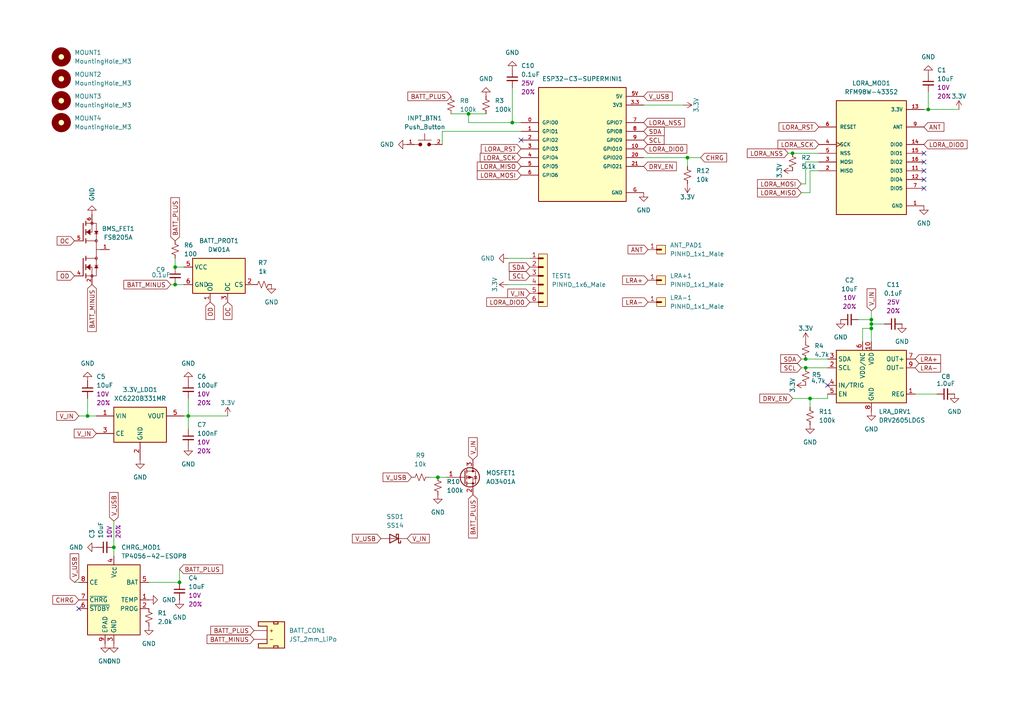
<source format=kicad_sch>
(kicad_sch (version 20250114) (generator "eeschema") (generator_version "9.0")
  (paper "A4")
  (junction (at 54.61 120.65))
  (junction (at 229.87 44.45))
  (junction (at 234.95 115.57))
  (junction (at 50.8 77.47))
  (junction (at 33.02 158.75))
  (junction (at 252.73 95.25))
  (junction (at 269.24 31.75))
  (junction (at 252.73 93.98))
  (junction (at 233.68 104.14))
  (junction (at 233.68 106.68))
  (junction (at 148.59 35.56))
  (junction (at 199.39 45.72))
  (junction (at 25.4 120.65))
  (junction (at 252.73 92.71))
  (junction (at 52.07 168.91))
  (junction (at 50.8 82.55))
  (junction (at 135.89 33.02))
  (junction (at 127 138.43))
  (no_connect (at 267.97 54.61))
  (no_connect (at 267.97 44.45))
  (no_connect (at 267.97 46.99))
  (no_connect (at 151.13 40.64))
  (no_connect (at 267.97 52.07))
  (no_connect (at 267.97 49.53))
  (no_connect (at 240.03 111.76))
  (no_connect (at 22.86 176.53))
  (wire (pts (xy 25.4 115.57) (xy 25.4 120.65)))
  (wire (pts (xy 130.81 33.02) (xy 135.89 33.02)))
  (wire (pts (xy 256.54 93.98) (xy 252.73 93.98)))
  (wire (pts (xy 33.02 158.75) (xy 33.02 161.29)))
  (wire (pts (xy 66.04 120.65) (xy 54.61 120.65)))
  (wire (pts (xy 52.07 165.1) (xy 52.07 168.91)))
  (wire (pts (xy 43.18 168.91) (xy 52.07 168.91)))
  (wire (pts (xy 234.95 115.57) (xy 234.95 118.11)))
  (wire (pts (xy 128.27 38.1) (xy 128.27 41.91)))
  (wire (pts (xy 203.2 45.72) (xy 199.39 45.72)))
  (wire (pts (xy 229.87 44.45) (xy 237.49 44.45)))
  (wire (pts (xy 232.41 104.14) (xy 233.68 104.14)))
  (wire (pts (xy 199.39 45.72) (xy 199.39 48.26)))
  (wire (pts (xy 124.46 138.43) (xy 127 138.43)))
  (wire (pts (xy 240.03 115.57) (xy 234.95 115.57)))
  (wire (pts (xy 269.24 26.67) (xy 269.24 31.75)))
  (wire (pts (xy 53.34 77.47) (xy 50.8 77.47)))
  (wire (pts (xy 233.68 53.34) (xy 233.68 46.99)))
  (wire (pts (xy 151.13 38.1) (xy 128.27 38.1)))
  (wire (pts (xy 250.19 99.06) (xy 250.19 95.25)))
  (wire (pts (xy 228.6 44.45) (xy 229.87 44.45)))
  (wire (pts (xy 54.61 120.65) (xy 54.61 124.46)))
  (wire (pts (xy 267.97 31.75) (xy 269.24 31.75)))
  (wire (pts (xy 234.95 55.88) (xy 234.95 49.53)))
  (wire (pts (xy 186.69 30.48) (xy 198.12 30.48)))
  (wire (pts (xy 252.73 92.71) (xy 252.73 93.98)))
  (wire (pts (xy 22.86 120.65) (xy 25.4 120.65)))
  (wire (pts (xy 250.19 95.25) (xy 252.73 95.25)))
  (wire (pts (xy 252.73 90.17) (xy 252.73 92.71)))
  (wire (pts (xy 248.92 92.71) (xy 252.73 92.71)))
  (wire (pts (xy 269.24 31.75) (xy 278.13 31.75)))
  (wire (pts (xy 49.53 82.55) (xy 50.8 82.55)))
  (wire (pts (xy 21.59 168.91) (xy 22.86 168.91)))
  (wire (pts (xy 240.03 114.3) (xy 240.03 115.57)))
  (wire (pts (xy 252.73 93.98) (xy 252.73 95.25)))
  (wire (pts (xy 265.43 114.3) (xy 271.78 114.3)))
  (wire (pts (xy 232.41 106.68) (xy 233.68 106.68)))
  (wire (pts (xy 135.89 35.56) (xy 135.89 33.02)))
  (wire (pts (xy 232.41 55.88) (xy 234.95 55.88)))
  (wire (pts (xy 50.8 82.55) (xy 53.34 82.55)))
  (wire (pts (xy 233.68 104.14) (xy 240.03 104.14)))
  (wire (pts (xy 233.68 46.99) (xy 237.49 46.99)))
  (wire (pts (xy 50.8 77.47) (xy 50.8 74.93)))
  (wire (pts (xy 33.02 151.13) (xy 33.02 158.75)))
  (wire (pts (xy 147.32 82.55) (xy 153.67 82.55)))
  (wire (pts (xy 151.13 35.56) (xy 148.59 35.56)))
  (wire (pts (xy 234.95 49.53) (xy 237.49 49.53)))
  (wire (pts (xy 54.61 120.65) (xy 53.34 120.65)))
  (wire (pts (xy 252.73 95.25) (xy 252.73 99.06)))
  (wire (pts (xy 127 138.43) (xy 129.54 138.43)))
  (wire (pts (xy 199.39 45.72) (xy 186.69 45.72)))
  (wire (pts (xy 232.41 53.34) (xy 233.68 53.34)))
  (wire (pts (xy 234.95 115.57) (xy 229.87 115.57)))
  (wire (pts (xy 148.59 25.4) (xy 148.59 35.56)))
  (wire (pts (xy 25.4 120.65) (xy 27.94 120.65)))
  (wire (pts (xy 147.32 74.93) (xy 153.67 74.93)))
  (wire (pts (xy 233.68 106.68) (xy 240.03 106.68)))
  (wire (pts (xy 148.59 35.56) (xy 135.89 35.56)))
  (wire (pts (xy 135.89 33.02) (xy 140.97 33.02)))
  (wire (pts (xy 54.61 115.57) (xy 54.61 120.65)))
  (global_label "V_USB" (shape input) (at 33.02 151.13 90) (property "Intersheetrefs" "${INTERSHEET_REFS}" (effects (hide yes))))
  (global_label "SDA" (shape input) (at 232.41 104.14 180) (property "Intersheetrefs" "${INTERSHEET_REFS}" (effects (hide yes))))
  (global_label "OC" (shape input) (at 21.59 69.85 180) (property "Intersheetrefs" "${INTERSHEET_REFS}" (effects (hide yes))))
  (global_label "DRV_EN" (shape input) (at 186.69 48.26 0) (property "Intersheetrefs" "${INTERSHEET_REFS}" (effects (hide yes))))
  (global_label "LORA_RST" (shape input) (at 237.49 36.83 180) (property "Intersheetrefs" "${INTERSHEET_REFS}" (effects (hide yes))))
  (global_label "ANT" (shape input) (at 267.97 36.83 0) (property "Intersheetrefs" "${INTERSHEET_REFS}" (effects (hide yes))))
  (global_label "CHRG" (shape input) (at 22.86 173.99 180) (property "Intersheetrefs" "${INTERSHEET_REFS}" (effects (hide yes))))
  (global_label "V_USB" (shape input) (at 186.69 27.94 0) (property "Intersheetrefs" "${INTERSHEET_REFS}" (effects (hide yes))))
  (global_label "LORA_MOSI" (shape input) (at 232.41 53.34 180) (property "Intersheetrefs" "${INTERSHEET_REFS}" (effects (hide yes))))
  (global_label "SDA" (shape input) (at 186.69 38.1 0) (property "Intersheetrefs" "${INTERSHEET_REFS}" (effects (hide yes))))
  (global_label "BATT_PLUS" (shape input) (at 52.07 165.1 0) (property "Intersheetrefs" "${INTERSHEET_REFS}" (effects (hide yes))))
  (global_label "BATT_MINUS" (shape input) (at 49.53 82.55 180) (property "Intersheetrefs" "${INTERSHEET_REFS}" (effects (hide yes))))
  (global_label "BATT_MINUS" (shape input) (at 73.66 185.42 180) (property "Intersheetrefs" "${INTERSHEET_REFS}" (effects (hide yes))))
  (global_label "ANT" (shape input) (at 187.96 72.39 180) (property "Intersheetrefs" "${INTERSHEET_REFS}" (effects (hide yes))))
  (global_label "OC" (shape input) (at 66.04 87.63 270) (property "Intersheetrefs" "${INTERSHEET_REFS}" (effects (hide yes))))
  (global_label "BATT_PLUS" (shape input) (at 130.81 27.94 180) (property "Intersheetrefs" "${INTERSHEET_REFS}" (effects (hide yes))))
  (global_label "V_USB" (shape input) (at 119.38 138.43 180) (property "Intersheetrefs" "${INTERSHEET_REFS}" (effects (hide yes))))
  (global_label "LRA+" (shape input) (at 187.96 81.28 180) (property "Intersheetrefs" "${INTERSHEET_REFS}" (effects (hide yes))))
  (global_label "BATT_PLUS" (shape input) (at 137.16 143.51 270) (property "Intersheetrefs" "${INTERSHEET_REFS}" (effects (hide yes))))
  (global_label "BATT_MINUS" (shape input) (at 26.67 82.55 270) (property "Intersheetrefs" "${INTERSHEET_REFS}" (effects (hide yes))))
  (global_label "LORA_RST" (shape input) (at 151.13 43.18 180) (property "Intersheetrefs" "${INTERSHEET_REFS}" (effects (hide yes))))
  (global_label "SCL" (shape input) (at 153.67 80.01 180) (property "Intersheetrefs" "${INTERSHEET_REFS}" (effects (hide yes))))
  (global_label "LRA-" (shape input) (at 187.96 87.63 180) (property "Intersheetrefs" "${INTERSHEET_REFS}" (effects (hide yes))))
  (global_label "LORA_DIO0" (shape input) (at 153.67 87.63 180) (property "Intersheetrefs" "${INTERSHEET_REFS}" (effects (hide yes))))
  (global_label "CHRG" (shape input) (at 203.2 45.72 0) (property "Intersheetrefs" "${INTERSHEET_REFS}" (effects (hide yes))))
  (global_label "V_IN" (shape input) (at 27.94 125.73 180) (property "Intersheetrefs" "${INTERSHEET_REFS}" (effects (hide yes))))
  (global_label "V_IN" (shape input) (at 22.86 120.65 180) (property "Intersheetrefs" "${INTERSHEET_REFS}" (effects (hide yes))))
  (global_label "BATT_PLUS" (shape input) (at 50.8 69.85 90) (property "Intersheetrefs" "${INTERSHEET_REFS}" (effects (hide yes))))
  (global_label "V_IN" (shape input) (at 252.73 90.17 90) (property "Intersheetrefs" "${INTERSHEET_REFS}" (effects (hide yes))))
  (global_label "LORA_MISO" (shape input) (at 151.13 48.26 180) (property "Intersheetrefs" "${INTERSHEET_REFS}" (effects (hide yes))))
  (global_label "OD" (shape input) (at 60.96 87.63 270) (property "Intersheetrefs" "${INTERSHEET_REFS}" (effects (hide yes))))
  (global_label "SCL" (shape input) (at 232.41 106.68 180) (property "Intersheetrefs" "${INTERSHEET_REFS}" (effects (hide yes))))
  (global_label "BATT_PLUS" (shape input) (at 73.66 182.88 180) (property "Intersheetrefs" "${INTERSHEET_REFS}" (effects (hide yes))))
  (global_label "LRA-" (shape input) (at 265.43 106.68 0) (property "Intersheetrefs" "${INTERSHEET_REFS}" (effects (hide yes))))
  (global_label "LORA_MISO" (shape input) (at 232.41 55.88 180) (property "Intersheetrefs" "${INTERSHEET_REFS}" (effects (hide yes))))
  (global_label "SDA" (shape input) (at 153.67 77.47 180) (property "Intersheetrefs" "${INTERSHEET_REFS}" (effects (hide yes))))
  (global_label "LORA_NSS" (shape input) (at 228.6 44.45 180) (property "Intersheetrefs" "${INTERSHEET_REFS}" (effects (hide yes))))
  (global_label "LORA_SCK" (shape input) (at 237.49 41.91 180) (property "Intersheetrefs" "${INTERSHEET_REFS}" (effects (hide yes))))
  (global_label "V_IN" (shape input) (at 118.11 156.21 0) (property "Intersheetrefs" "${INTERSHEET_REFS}" (effects (hide yes))))
  (global_label "V_IN" (shape input) (at 137.16 133.35 90) (property "Intersheetrefs" "${INTERSHEET_REFS}" (effects (hide yes))))
  (global_label "LORA_DIO0" (shape input) (at 267.97 41.91 0) (property "Intersheetrefs" "${INTERSHEET_REFS}" (effects (hide yes))))
  (global_label "LORA_SCK" (shape input) (at 151.13 45.72 180) (property "Intersheetrefs" "${INTERSHEET_REFS}" (effects (hide yes))))
  (global_label "SCL" (shape input) (at 186.69 40.64 0) (property "Intersheetrefs" "${INTERSHEET_REFS}" (effects (hide yes))))
  (global_label "V_USB" (shape input) (at 110.49 156.21 180) (property "Intersheetrefs" "${INTERSHEET_REFS}" (effects (hide yes))))
  (global_label "DRV_EN" (shape input) (at 229.87 115.57 180) (property "Intersheetrefs" "${INTERSHEET_REFS}" (effects (hide yes))))
  (global_label "V_USB" (shape input) (at 21.59 168.91 90) (property "Intersheetrefs" "${INTERSHEET_REFS}" (effects (hide yes))))
  (global_label "LORA_NSS" (shape input) (at 186.69 35.56 0) (property "Intersheetrefs" "${INTERSHEET_REFS}" (effects (hide yes))))
  (global_label "LORA_MOSI" (shape input) (at 151.13 50.8 180) (property "Intersheetrefs" "${INTERSHEET_REFS}" (effects (hide yes))))
  (global_label "LORA_DIO0" (shape input) (at 186.69 43.18 0) (property "Intersheetrefs" "${INTERSHEET_REFS}" (effects (hide yes))))
  (global_label "V_IN" (shape input) (at 153.67 85.09 180) (property "Intersheetrefs" "${INTERSHEET_REFS}" (effects (hide yes))))
  (global_label "OD" (shape input) (at 21.59 80.01 180) (property "Intersheetrefs" "${INTERSHEET_REFS}" (effects (hide yes))))
  (global_label "LRA+" (shape input) (at 265.43 104.14 0) (property "Intersheetrefs" "${INTERSHEET_REFS}" (effects (hide yes))))
  (symbol (lib_id "PCM_SL_Mechanical:MountingHole_M3") (at 17.78 16.51 0) (unit 1)
    (property "Reference" "MOUNT1" (at 21.59 15.2399 0) (effects (justify left)))
    (property "Value" "MountingHole_M3" (at 21.59 17.7799 0) (effects (justify left)))
    (property "Footprint" "MountingHole:MountingHole_3.2mm_M3" (effects (hide yes)))
    (property "Description" "3.2mm Diameter Mounting Hole (M3)" (effects (hide yes)))
  )
  (symbol (lib_id "RFM98W-433S2:RFM98W-433S2") (at 252.73 46.99 0) (unit 1)
    (property "Reference" "LORA_MOD1" (at 252.73 24.13 0))
    (property "Value" "RFM98W-433S2" (at 252.73 26.67 0))
    (property "Footprint" "RFM98W-433S2:XCVR_RFM98W-433S2" (effects (hide yes)))
    (property "MF" "HOPERF" (effects (hide yes)))
    (property "Description_1" "RF TRANSCEIVER MODULE, 433MHZ, 13DBM; RF Modulation:FSK, GFSK, GMSK, MSK, OOK; Data Rate Max:300Kbps; Frequency Max:433MHz; Sensitivity dBm:-148dBm; Supply Voltage Min:1.8V; Supply Voltage Max:3.7V; Transmit Power:13dBm; Module Interface:SPI; Supply Current:-; RF Transceiver Applications:Automated Meter Reading, Industrial Monitoring & Control, Home & Building Automation; Product Range:LoRa RFM98 Series; SVHC:No SVHC (12-Jan-2017)" (effects (hide yes)))
    (property "Package" "Non Standard RF Solutions" (effects (hide yes)))
    (property "Price" "None" (effects (hide yes)))
    (property "Check_prices" "https://www.snapeda.com/parts/RFM98W-433S2/HOPERF/view-part/?ref=eda" (effects (hide yes)))
    (property "STANDARD" "Manufacturer Recommendations" (effects (hide yes)))
    (property "PARTREV" "N/A" (effects (hide yes)))
    (property "SnapEDA_Link" "https://www.snapeda.com/parts/RFM98W-433S2/HOPERF/view-part/?ref=snap" (effects (hide yes)))
    (property "MP" "RFM98W-433S2" (effects (hide yes)))
    (property "Availability" "In Stock" (effects (hide yes)))
    (property "MANUFACTURER" "Hoperf" (effects (hide yes)))
  )
  (symbol (lib_id "PCM_SparkFun-Capacitor:10uF_0603_10V_20%") (at 52.07 171.45 0) (unit 1)
    (property "Reference" "C4" (at 54.61 167.6462 0) (effects (justify left)))
    (property "Value" "10uF" (at 54.61 170.1862 0) (effects (justify left)))
    (property "Footprint" "PCM_SparkFun-Capacitor:C_0603_1608Metric" (effects (hide yes)))
    (property "Datasheet" "https://cdn.sparkfun.com/assets/8/a/4/a/5/Kemet_Capacitor_Datasheet.pdf" (effects (hide yes)))
    (property "Description" "Unpolarized capacitor" (effects (hide yes)))
    (property "PROD_ID" "CAP-20155" (effects (hide yes)))
    (property "Voltage" "10V" (at 54.61 172.7262 0) (effects (justify left)))
    (property "Tolerance" "20%" (at 54.61 175.2662 0) (effects (justify left)))
    (property "LCSC" "C19702" (effects (hide yes)))
  )
  (symbol (lib_id "PCM_SparkFun-Capacitor:100uF_1206_50V_10%") (at 54.61 127 0) (unit 1)
    (property "Reference" "C7" (at 57.15 123.1962 0) (effects (justify left)))
    (property "Value" "100nF" (at 57.15 125.7362 0) (effects (justify left)))
    (property "Footprint" "PCM_SparkFun-Capacitor:C_0603_1608Metric" (effects (hide yes)))
    (property "Datasheet" "https://mm.digikey.com/Volume0/opasdata/d220001/medias/docus/7134/c02e.pdf" (effects (hide yes)))
    (property "Description" "Unpolarized capacitor" (effects (hide yes)))
    (property "PROD_ID" "CAP-24990" (effects (hide yes)))
    (property "Voltage" "10V" (at 57.15 128.2762 0) (effects (justify left)))
    (property "Tolerance" "20%" (at 57.15 130.8162 0) (effects (justify left)))
    (property "LCSC" "C14663" (effects (hide yes)))
  )
  (symbol (lib_id "PCM_SparkFun-Resistor:4.7k_0603") (at 233.68 101.6 90) (unit 1)
    (property "Reference" "R4" (at 236.22 100.3299 90) (effects (justify right)))
    (property "Value" "4.7k" (at 236.22 102.8699 90) (effects (justify right)))
    (property "Footprint" "PCM_SparkFun-Resistor:R_0603_1608Metric" (effects (hide yes)))
    (property "Datasheet" "https://www.vishay.com/docs/20035/dcrcwe3.pdf" (effects (hide yes)))
    (property "Description" "Resistor" (effects (hide yes)))
    (property "PROD_ID" "RES-07857" (effects (hide yes)))
    (property "LCSC" "C23162" (effects (hide yes)))
  )
  (symbol (lib_id "PCM_SparkFun-Capacitor:100uF_1206_50V_10%") (at 54.61 113.03 0) (unit 1)
    (property "Reference" "C6" (at 57.15 109.2262 0) (effects (justify left)))
    (property "Value" "100uF" (at 57.15 111.7662 0) (effects (justify left)))
    (property "Footprint" "PCM_SparkFun-Capacitor:C_1206_3216Metric" (effects (hide yes)))
    (property "Datasheet" "https://mm.digikey.com/Volume0/opasdata/d220001/medias/docus/7134/c02e.pdf" (effects (hide yes)))
    (property "Description" "Unpolarized capacitor" (effects (hide yes)))
    (property "PROD_ID" "CAP-24990" (effects (hide yes)))
    (property "Voltage" "10V" (at 57.15 114.3062 0) (effects (justify left)))
    (property "Tolerance" "20%" (at 57.15 116.8462 0) (effects (justify left)))
    (property "LCSC" "C15008" (effects (hide yes)))
  )
  (symbol (lib_id "PCM_SparkFun-Resistor:100k_0603") (at 127 140.97 90) (unit 1)
    (property "Reference" "R10" (at 129.54 139.6999 90) (effects (justify right)))
    (property "Value" "100k" (at 129.54 142.2399 90) (effects (justify right)))
    (property "Footprint" "PCM_SparkFun-Resistor:R_0603_1608Metric" (effects (hide yes)))
    (property "Datasheet" "https://www.vishay.com/docs/20035/dcrcwe3.pdf" (effects (hide yes)))
    (property "Description" "Resistor" (effects (hide yes)))
    (property "PROD_ID" "RES-07828" (effects (hide yes)))
    (property "LCSC" "C25803" (effects (hide yes)))
  )
  (symbol (lib_id "power:GND") (at 30.48 186.69 0) (unit 1)
    (property "Reference" "#PWR033" (effects (hide yes)))
    (property "Value" "GND" (at 30.48 191.77 0))
    (property "Description" "Power symbol creates a global label with name \"GND\" , ground" (effects (hide yes)))
  )
  (symbol (lib_id "PCM_SparkFun-PowerSymbol:3.3V") (at 199.39 53.34 180) (unit 1)
    (property "Reference" "#PWR030" (effects (hide yes)))
    (property "Value" "3.3V" (at 199.39 57.15 0))
    (property "Description" "Power symbol creates a global label with name \"3.3V\"" (effects (hide yes)))
  )
  (symbol (lib_id "PCM_SparkFun-Resistor:100k_0603") (at 130.81 30.48 90) (unit 1)
    (property "Reference" "R8" (at 133.35 29.2099 90) (effects (justify right)))
    (property "Value" "100k" (at 133.35 31.7499 90) (effects (justify right)))
    (property "Footprint" "PCM_SparkFun-Resistor:R_0603_1608Metric" (effects (hide yes)))
    (property "Datasheet" "https://www.vishay.com/docs/20035/dcrcwe3.pdf" (effects (hide yes)))
    (property "Description" "Resistor" (effects (hide yes)))
    (property "PROD_ID" "RES-07828" (effects (hide yes)))
    (property "LCSC" "C25803" (effects (hide yes)))
  )
  (symbol (lib_id "power:GND") (at 261.62 93.98 0) (unit 1)
    (property "Reference" "#PWR032" (effects (hide yes)))
    (property "Value" "GND" (at 261.62 99.06 0))
    (property "Description" "Power symbol creates a global label with name \"GND\" , ground" (effects (hide yes)))
  )
  (symbol (lib_id "power:GND") (at 127 143.51 0) (unit 1)
    (property "Reference" "#PWR029" (effects (hide yes)))
    (property "Value" "GND" (at 127 148.59 0))
    (property "Description" "Power symbol creates a global label with name \"GND\" , ground" (effects (hide yes)))
  )
  (symbol (lib_id "ESP32-C3_SUPERMINI_TH:ESP32-C3_SUPERMINI_TH") (at 168.91 40.64 0) (unit 1)
    (property "Reference" "ESP32-C3-SUPERMINI1" (at 168.91 22.86 0))
    (property "Value" "ESP32-C3_SUPERMINI_TH" (effects (hide yes)))
    (property "Footprint" "ESP32-C3_SUPERMINI_TH:MODULE_ESP32-C3_SUPERMINI_TH" (effects (hide yes)))
    (property "MF" "Espressif Systems" (effects (hide yes)))
    (property "Description_1" "Super tiny ESP32-C3 board" (effects (hide yes)))
    (property "CREATOR" "DIZAR" (effects (hide yes)))
    (property "Price" "None" (effects (hide yes)))
    (property "Package" "Package" (effects (hide yes)))
    (property "Check_prices" "https://www.snapeda.com/parts/ESP32-C3%20SuperMini_TH/Espressif+Systems/view-part/?ref=eda" (effects (hide yes)))
    (property "STANDARD" "IPC-7351B" (effects (hide yes)))
    (property "SnapEDA_Link" "https://www.snapeda.com/parts/ESP32-C3%20SuperMini_TH/Espressif+Systems/view-part/?ref=snap" (effects (hide yes)))
    (property "MP" "ESP32-C3 SuperMini_TH" (effects (hide yes)))
    (property "Availability" "Not in stock" (effects (hide yes)))
    (property "MANUFACTURER" "Espressif Systems" (effects (hide yes)))
  )
  (symbol (lib_id "PCM_SparkFun-Capacitor:10uF_0603_10V_20%") (at 269.24 24.13 0) (unit 1)
    (property "Reference" "C1" (at 271.78 20.3262 0) (effects (justify left)))
    (property "Value" "10uF" (at 271.78 22.8662 0) (effects (justify left)))
    (property "Footprint" "PCM_SparkFun-Capacitor:C_0603_1608Metric" (effects (hide yes)))
    (property "Datasheet" "https://cdn.sparkfun.com/assets/8/a/4/a/5/Kemet_Capacitor_Datasheet.pdf" (effects (hide yes)))
    (property "Description" "Unpolarized capacitor" (effects (hide yes)))
    (property "PROD_ID" "CAP-20155" (effects (hide yes)))
    (property "Voltage" "10V" (at 271.78 25.4062 0) (effects (justify left)))
    (property "Tolerance" "20%" (at 271.78 27.9462 0) (effects (justify left)))
    (property "LCSC" "C19702" (effects (hide yes)))
  )
  (symbol (lib_id "power:GND") (at 234.95 123.19 0) (unit 1)
    (property "Reference" "#PWR019" (effects (hide yes)))
    (property "Value" "GND" (at 234.95 128.27 0))
    (property "Description" "Power symbol creates a global label with name \"GND\" , ground" (effects (hide yes)))
  )
  (symbol (lib_id "PCM_SparkFun-Resistor:100_0603") (at 50.8 72.39 270) (unit 1)
    (property "Reference" "R6" (at 53.34 71.1199 90) (effects (justify left)))
    (property "Value" "100" (at 53.34 73.6599 90) (effects (justify left)))
    (property "Footprint" "PCM_SparkFun-Resistor:R_0603_1608Metric" (effects (hide yes)))
    (property "Datasheet" "https://www.vishay.com/docs/20035/dcrcwe3.pdf" (effects (hide yes)))
    (property "Description" "Resistor" (effects (hide yes)))
    (property "PROD_ID" "RES-07863" (effects (hide yes)))
    (property "LCSC" "C22775" (effects (hide yes)))
  )
  (symbol (lib_id "power:GND") (at 40.64 133.35 0) (unit 1)
    (property "Reference" "#PWR09" (effects (hide yes)))
    (property "Value" "GND" (at 40.64 138.43 0))
    (property "Description" "Power symbol creates a global label with name \"GND\" , ground" (effects (hide yes)))
  )
  (symbol (lib_id "PCM_SparkFun-Resistor:100k_0603") (at 234.95 120.65 90) (unit 1)
    (property "Reference" "R11" (at 237.49 119.3799 90) (effects (justify right)))
    (property "Value" "100k" (at 237.49 121.9199 90) (effects (justify right)))
    (property "Footprint" "PCM_SparkFun-Resistor:R_0603_1608Metric" (effects (hide yes)))
    (property "Datasheet" "https://www.vishay.com/docs/20035/dcrcwe3.pdf" (effects (hide yes)))
    (property "Description" "Resistor" (effects (hide yes)))
    (property "PROD_ID" "RES-07828" (effects (hide yes)))
    (property "LCSC" "C25803" (effects (hide yes)))
  )
  (symbol (lib_id "power:GND") (at 147.32 74.93 270) (unit 1)
    (property "Reference" "#PWR025" (effects (hide yes)))
    (property "Value" "GND" (at 143.51 74.9299 90) (effects (justify right)))
    (property "Description" "Power symbol creates a global label with name \"GND\" , ground" (effects (hide yes)))
  )
  (symbol (lib_id "power:GND") (at 186.69 55.88 0) (unit 1)
    (property "Reference" "#PWR01" (effects (hide yes)))
    (property "Value" "GND" (at 186.69 60.96 0))
    (property "Description" "Power symbol creates a global label with name \"GND\" , ground" (effects (hide yes)))
  )
  (symbol (lib_id "power:GND") (at 118.11 41.91 270) (unit 1)
    (property "Reference" "#PWR028" (effects (hide yes)))
    (property "Value" "GND" (at 114.3 41.9099 90) (effects (justify right)))
    (property "Description" "Power symbol creates a global label with name \"GND\" , ground" (effects (hide yes)))
  )
  (symbol (lib_id "Battery_Management:DW01A") (at 63.5 80.01 0) (unit 1)
    (property "Reference" "BATT_PROT1" (at 63.5 69.85 0))
    (property "Value" "DW01A" (at 63.5 72.39 0))
    (property "Footprint" "Package_TO_SOT_SMD:SOT-23-6" (effects (hide yes)))
    (property "Datasheet" "https://hmsemi.com/downfile/DW01A.PDF" (effects (hide yes)))
    (property "Description" "Overcharge, overcurrent and overdischarge protection IC for single cell lithium-ion/polymer battery" (effects (hide yes)))
    (property "LCSC" "C2927799" (effects (hide yes)))
  )
  (symbol (lib_id "power:GND") (at 269.24 21.59 180) (unit 1)
    (property "Reference" "#PWR017" (effects (hide yes)))
    (property "Value" "GND" (at 269.24 16.51 0))
    (property "Description" "Power symbol creates a global label with name \"GND\" , ground" (effects (hide yes)))
  )
  (symbol (lib_id "PCM_SparkFun-Resistor:10k_0603") (at 121.92 138.43 0) (unit 1)
    (property "Reference" "R9" (at 121.92 132.08 0))
    (property "Value" "10k" (at 121.92 134.62 0))
    (property "Footprint" "PCM_SparkFun-Resistor:R_0603_1608Metric" (effects (hide yes)))
    (property "Datasheet" "https://www.vishay.com/docs/20035/dcrcwe3.pdf" (effects (hide yes)))
    (property "Description" "Resistor" (effects (hide yes)))
    (property "PROD_ID" "RES-00824" (effects (hide yes)))
    (property "LCSC" "C25804" (effects (hide yes)))
  )
  (symbol (lib_id "PCM_SparkFun-Resistor:100k_0603") (at 140.97 30.48 90) (unit 1)
    (property "Reference" "R3" (at 143.51 29.2099 90) (effects (justify right)))
    (property "Value" "100k" (at 143.51 31.7499 90) (effects (justify right)))
    (property "Footprint" "PCM_SparkFun-Resistor:R_0603_1608Metric" (effects (hide yes)))
    (property "Datasheet" "https://www.vishay.com/docs/20035/dcrcwe3.pdf" (effects (hide yes)))
    (property "Description" "Resistor" (effects (hide yes)))
    (property "PROD_ID" "RES-07828" (effects (hide yes)))
    (property "LCSC" "C25803" (effects (hide yes)))
  )
  (symbol (lib_id "PCM_SparkFun-PowerSymbol:3.3V") (at 147.32 82.55 90) (unit 1)
    (property "Reference" "#PWR026" (effects (hide yes)))
    (property "Value" "3.3V" (at 143.51 82.55 0))
    (property "Description" "Power symbol creates a global label with name \"3.3V\"" (effects (hide yes)))
  )
  (symbol (lib_id "Regulator_Linear:XC6220B331MR") (at 40.64 123.19 0) (unit 1)
    (property "Reference" "3.3V_LDO1" (at 40.64 113.03 0))
    (property "Value" "XC6220B331MR" (at 40.64 115.57 0))
    (property "Footprint" "Package_TO_SOT_SMD:SOT-23-5" (effects (hide yes)))
    (property "Datasheet" "https://www.torexsemi.com/file/xc6220/XC6220.pdf" (effects (hide yes)))
    (property "Description" "1A, Low Drop-out Voltage Regulator, Fixed Output 3.3V, SOT-23-5" (effects (hide yes)))
    (property "LCSC" "C22466451" (effects (hide yes)))
  )
  (symbol (lib_id "Diode:SS14") (at 114.3 156.21 180) (unit 1)
    (property "Reference" "SSD1" (at 114.6175 149.86 0))
    (property "Value" "SS14" (at 114.6175 152.4 0))
    (property "Footprint" "Diode_SMD:D_SMA" (effects (hide yes)))
    (property "Datasheet" "https://www.vishay.com/docs/88746/ss12.pdf" (effects (hide yes)))
    (property "Description" "40V 1A Schottky Diode, SMA" (effects (hide yes)))
    (property "LCSC" "C2480" (effects (hide yes)))
  )
  (symbol (lib_id "PCM_SL_Mechanical:MountingHole_M3") (at 17.78 35.56 0) (unit 1)
    (property "Reference" "MOUNT4" (at 21.59 34.2899 0) (effects (justify left)))
    (property "Value" "MountingHole_M3" (at 21.59 36.8299 0) (effects (justify left)))
    (property "Footprint" "MountingHole:MountingHole_3.2mm_M3" (effects (hide yes)))
    (property "Description" "3.2mm Diameter Mounting Hole (M3)" (effects (hide yes)))
  )
  (symbol (lib_id "PCM_SparkFun-PowerSymbol:3.3V") (at 278.13 31.75 0) (unit 1)
    (property "Reference" "#PWR016" (effects (hide yes)))
    (property "Value" "3.3V" (at 278.13 27.94 0))
    (property "Description" "Power symbol creates a global label with name \"3.3V\"" (effects (hide yes)))
  )
  (symbol (lib_id "PCM_SparkFun-Resistor:4.7k_0603") (at 233.68 109.22 90) (unit 1)
    (property "Reference" "R5" (at 235.458 108.712 90) (effects (justify right)))
    (property "Value" "4.7k" (at 235.204 110.49 90) (effects (justify right)))
    (property "Footprint" "PCM_SparkFun-Resistor:R_0603_1608Metric" (effects (hide yes)))
    (property "Datasheet" "https://www.vishay.com/docs/20035/dcrcwe3.pdf" (effects (hide yes)))
    (property "Description" "Resistor" (effects (hide yes)))
    (property "PROD_ID" "RES-07857" (effects (hide yes)))
    (property "LCSC" "C23162" (effects (hide yes)))
  )
  (symbol (lib_id "power:GND") (at 54.61 129.54 0) (unit 1)
    (property "Reference" "#PWR011" (effects (hide yes)))
    (property "Value" "GND" (at 54.61 134.62 0))
    (property "Description" "Power symbol creates a global label with name \"GND\" , ground" (effects (hide yes)))
  )
  (symbol (lib_id "PCM_SparkFun-PowerSymbol:3.3V") (at 66.04 120.65 0) (unit 1)
    (property "Reference" "#PWR010" (effects (hide yes)))
    (property "Value" "3.3V" (at 66.04 116.84 0))
    (property "Description" "Power symbol creates a global label with name \"3.3V\"" (effects (hide yes)))
  )
  (symbol (lib_id "PCM_SL_Pin_Headers:PINHD_1x6_Male") (at 157.48 81.28 0) (unit 1)
    (property "Reference" "TEST1" (at 160.02 80.0099 0) (effects (justify left)))
    (property "Value" "PINHD_1x6_Male" (at 160.02 82.5499 0) (effects (justify left)))
    (property "Footprint" "Connector_PinHeader_2.54mm:PinHeader_1x06_P2.54mm_Vertical" (effects (hide yes)))
    (property "Description" "Pin Header male with pin space 2.54mm. Pin Count -6" (effects (hide yes)))
  )
  (symbol (lib_id "power:GND") (at 43.18 173.99 90) (unit 1)
    (property "Reference" "#PWR02" (effects (hide yes)))
    (property "Value" "GND" (at 46.99 173.9899 90) (effects (justify right)))
    (property "Description" "Power symbol creates a global label with name \"GND\" , ground" (effects (hide yes)))
  )
  (symbol (lib_id "Transistor_FET:AO3401A") (at 134.62 138.43 0) (unit 1)
    (property "Reference" "MOSFET1" (at 140.97 137.1599 0) (effects (justify left)))
    (property "Value" "AO3401A" (at 140.97 139.6999 0) (effects (justify left)))
    (property "Footprint" "Package_TO_SOT_SMD:SOT-23" (effects (hide yes)))
    (property "Datasheet" "http://www.aosmd.com/pdfs/datasheet/AO3401A.pdf" (effects (hide yes)))
    (property "Description" "-4.0A Id, -30V Vds, P-Channel MOSFET, SOT-23" (effects (hide yes)))
    (property "LCSC" "C15127" (effects (hide yes)))
  )
  (symbol (lib_id "power:GND") (at 26.67 62.23 180) (unit 1)
    (property "Reference" "#PWR08" (effects (hide yes)))
    (property "Value" "GND" (at 26.6699 58.42 90) (effects (justify right)))
    (property "Description" "Power symbol creates a global label with name \"GND\" , ground" (effects (hide yes)))
  )
  (symbol (lib_id "power:GND") (at 52.07 173.99 0) (unit 1)
    (property "Reference" "#PWR06" (effects (hide yes)))
    (property "Value" "GND" (at 52.07 179.07 0))
    (property "Description" "Power symbol creates a global label with name \"GND\" , ground" (effects (hide yes)))
  )
  (symbol (lib_id "PCM_SparkFun-Capacitor:0.1uF_0603_25V_20%") (at 148.59 22.86 0) (unit 1)
    (property "Reference" "C10" (at 151.13 19.0562 0) (effects (justify left)))
    (property "Value" "0.1uF" (at 151.13 21.5962 0) (effects (justify left)))
    (property "Footprint" "PCM_SparkFun-Capacitor:C_0603_1608Metric" (effects (hide yes)))
    (property "Datasheet" "https://cdn.sparkfun.com/assets/8/a/4/a/5/Kemet_Capacitor_Datasheet.pdf" (effects (hide yes)))
    (property "Description" "Unpolarized capacitor" (effects (hide yes)))
    (property "PROD_ID" "CAP-00810" (effects (hide yes)))
    (property "Voltage" "25V" (at 151.13 24.1362 0) (effects (justify left)))
    (property "Tolerance" "20%" (at 151.13 26.6762 0) (effects (justify left)))
  )
  (symbol (lib_id "power:GND") (at 43.18 181.61 0) (unit 1)
    (property "Reference" "#PWR03" (effects (hide yes)))
    (property "Value" "GND" (at 43.18 186.69 0))
    (property "Description" "Power symbol creates a global label with name \"GND\" , ground" (effects (hide yes)))
  )
  (symbol (lib_id "power:GND") (at 33.02 186.69 0) (unit 1)
    (property "Reference" "#PWR04" (effects (hide yes)))
    (property "Value" "GND" (at 33.02 191.77 0))
    (property "Description" "Power symbol creates a global label with name \"GND\" , ground" (effects (hide yes)))
  )
  (symbol (lib_id "PCM_SparkFun-Resistor:1k_0603") (at 76.2 82.55 0) (unit 1)
    (property "Reference" "R7" (at 76.2 76.2 0))
    (property "Value" "1k" (at 76.2 78.74 0))
    (property "Footprint" "PCM_SparkFun-Resistor:R_0603_1608Metric" (effects (hide yes)))
    (property "Datasheet" "https://www.vishay.com/docs/20035/dcrcwe3.pdf" (effects (hide yes)))
    (property "Description" "Resistor" (effects (hide yes)))
    (property "PROD_ID" "RES-07856" (effects (hide yes)))
    (property "LCSC" "C21190" (effects (hide yes)))
  )
  (symbol (lib_id "PCM_SL_Pin_Headers:PINHD_1x1_Male") (at 191.77 81.28 0) (unit 1)
    (property "Reference" "LRA+1" (at 194.31 80.0099 0) (effects (justify left)))
    (property "Value" "PINHD_1x1_Male" (at 194.31 82.5499 0) (effects (justify left)))
    (property "Footprint" "Connector_Pin:Pin_D1.0mm_L10.0mm_LooseFit" (effects (hide yes)))
    (property "Description" "Pin Header male with pin space 2.54mm. Pin Count -1" (effects (hide yes)))
  )
  (symbol (lib_id "PCM_SparkFun-Capacitor:10uF_0603_10V_20%") (at 246.38 92.71 90) (unit 1)
    (property "Reference" "C2" (at 246.3863 81.28 90))
    (property "Value" "10uF" (at 246.3863 83.82 90))
    (property "Footprint" "PCM_SparkFun-Capacitor:C_0603_1608Metric" (effects (hide yes)))
    (property "Datasheet" "https://cdn.sparkfun.com/assets/8/a/4/a/5/Kemet_Capacitor_Datasheet.pdf" (effects (hide yes)))
    (property "Description" "Unpolarized capacitor" (effects (hide yes)))
    (property "PROD_ID" "CAP-20155" (effects (hide yes)))
    (property "Voltage" "10V" (at 246.3863 86.36 90))
    (property "Tolerance" "20%" (at 246.3863 88.9 90))
    (property "LCSC" "C19702" (effects (hide yes)))
  )
  (symbol (lib_id "PCM_SparkFun-PowerSymbol:3.3V") (at 229.87 49.53 90) (unit 1)
    (property "Reference" "#PWR024" (effects (hide yes)))
    (property "Value" "3.3V" (at 226.06 49.53 0))
    (property "Description" "Power symbol creates a global label with name \"3.3V\"" (effects (hide yes)))
  )
  (symbol (lib_id "PCM_SL_Pin_Headers:PINHD_1x1_Male") (at 191.77 72.39 0) (unit 1)
    (property "Reference" "ANT_PAD1" (at 194.31 71.1199 0) (effects (justify left)))
    (property "Value" "PINHD_1x1_Male" (at 194.31 73.6599 0) (effects (justify left)))
    (property "Footprint" "Connector_Pin:Pin_D1.0mm_L10.0mm_LooseFit" (effects (hide yes)))
    (property "Description" "Pin Header male with pin space 2.54mm. Pin Count -1" (effects (hide yes)))
  )
  (symbol (lib_id "Battery_Management:TP4056-42-ESOP8") (at 33.02 173.99 0) (unit 1)
    (property "Reference" "CHRG_MOD1" (at 35.1633 158.75 0) (effects (justify left)))
    (property "Value" "TP4056-42-ESOP8" (at 35.1633 161.29 0) (effects (justify left)))
    (property "Footprint" "Package_SO:SOIC-8-1EP_3.9x4.9mm_P1.27mm_EP2.41x3.3mm_ThermalVias" (effects (hide yes)))
    (property "Datasheet" "https://www.lcsc.com/datasheet/lcsc_datasheet_2410121619_TOPPOWER-Nanjing-Extension-Microelectronics-TP4056-42-ESOP8_C16581.pdf" (effects (hide yes)))
    (property "Description" "1A Standalone Linear Li-ion/LiPo single-cell battery charger, 4.2V ±1% charge voltage, VCC = 4.0..8.0V, SOIC-8 (SOP-8)" (effects (hide yes)))
    (property "LCSC" "C16581" (effects (hide yes)))
  )
  (symbol (lib_id "PCM_SparkFun-Resistor:10k_0603") (at 199.39 50.8 270) (unit 1)
    (property "Reference" "R12" (at 201.93 49.5299 90) (effects (justify left)))
    (property "Value" "10k" (at 201.93 52.0699 90) (effects (justify left)))
    (property "Footprint" "PCM_SparkFun-Resistor:R_0603_1608Metric" (effects (hide yes)))
    (property "Datasheet" "https://www.vishay.com/docs/20035/dcrcwe3.pdf" (effects (hide yes)))
    (property "Description" "Resistor" (effects (hide yes)))
    (property "PROD_ID" "RES-00824" (effects (hide yes)))
    (property "LCSC" "C25804" (effects (hide yes)))
  )
  (symbol (lib_id "PCM_SparkFun-Capacitor:0.1uF_0603_25V_20%") (at 50.8 80.01 0) (unit 1)
    (property "Reference" "C9" (at 45.212 78.232 0) (effects (justify left)))
    (property "Value" "0.1uF" (at 43.942 79.756 0) (effects (justify left)))
    (property "Footprint" "PCM_SparkFun-Capacitor:C_0603_1608Metric" (effects (hide yes)))
    (property "Datasheet" "https://cdn.sparkfun.com/assets/8/a/4/a/5/Kemet_Capacitor_Datasheet.pdf" (effects (hide yes)))
    (property "Description" "Unpolarized capacitor" (effects (hide yes)))
    (property "PROD_ID" "CAP-00810" (effects (hide yes)))
    (property "Voltage" "25V" (effects (hide yes)))
    (property "Tolerance" "20%" (effects (hide yes)))
  )
  (symbol (lib_id "PCM_SparkFun-Capacitor:10uF_0603_10V_20%") (at 25.4 113.03 0) (unit 1)
    (property "Reference" "C5" (at 27.94 109.2262 0) (effects (justify left)))
    (property "Value" "10uF" (at 27.94 111.7662 0) (effects (justify left)))
    (property "Footprint" "PCM_SparkFun-Capacitor:C_0603_1608Metric" (effects (hide yes)))
    (property "Datasheet" "https://cdn.sparkfun.com/assets/8/a/4/a/5/Kemet_Capacitor_Datasheet.pdf" (effects (hide yes)))
    (property "Description" "Unpolarized capacitor" (effects (hide yes)))
    (property "PROD_ID" "CAP-20155" (effects (hide yes)))
    (property "Voltage" "10V" (at 27.94 114.3062 0) (effects (justify left)))
    (property "Tolerance" "20%" (at 27.94 116.8462 0) (effects (justify left)))
    (property "LCSC" "C19702" (effects (hide yes)))
  )
  (symbol (lib_id "PCM_SparkFun-Connector:Conn_01x02_JST_P2.0mm_Horizontal_SMD_LiPo") (at 78.74 182.88 0) (unit 1)
    (property "Reference" "BATT_CON1" (at 83.82 182.8799 0) (effects (justify left)))
    (property "Value" "JST_2mm_LiPo" (at 83.82 185.4199 0) (effects (justify left)))
    (property "Footprint" "PCM_SparkFun-Connector:JST_1x02_P2.0mm_Horizontal_SMD" (effects (hide yes)))
    (property "Description" "2 Pin 2mm JST Battery Connector" (effects (hide yes)))
    (property "PROD_ID" "CONN-11443" (effects (hide yes)))
  )
  (symbol (lib_id "PCM_SL_Pin_Headers:PINHD_1x1_Male") (at 191.77 87.63 0) (unit 1)
    (property "Reference" "LRA-1" (at 194.31 86.3599 0) (effects (justify left)))
    (property "Value" "PINHD_1x1_Male" (at 194.31 88.8999 0) (effects (justify left)))
    (property "Footprint" "Connector_Pin:Pin_D1.0mm_L10.0mm_LooseFit" (effects (hide yes)))
    (property "Description" "Pin Header male with pin space 2.54mm. Pin Count -1" (effects (hide yes)))
  )
  (symbol (lib_id "power:GND") (at 243.84 92.71 0) (unit 1)
    (property "Reference" "#PWR023" (effects (hide yes)))
    (property "Value" "GND" (at 243.84 97.79 0))
    (property "Description" "Power symbol creates a global label with name \"GND\" , ground" (effects (hide yes)))
  )
  (symbol (lib_id "power:GND") (at 252.73 119.38 0) (unit 1)
    (property "Reference" "#PWR018" (effects (hide yes)))
    (property "Value" "GND" (at 252.73 124.46 0))
    (property "Description" "Power symbol creates a global label with name \"GND\" , ground" (effects (hide yes)))
  )
  (symbol (lib_id "power:GND") (at 148.59 20.32 180) (unit 1)
    (property "Reference" "#PWR031" (effects (hide yes)))
    (property "Value" "GND" (at 148.59 15.24 0))
    (property "Description" "Power symbol creates a global label with name \"GND\" , ground" (effects (hide yes)))
  )
  (symbol (lib_id "PCM_SparkFun-Capacitor:0.1uF_0603_25V_20%") (at 259.08 93.98 90) (unit 1)
    (property "Reference" "C11" (at 259.0863 82.55 90))
    (property "Value" "0.1uF" (at 259.0863 85.09 90))
    (property "Footprint" "PCM_SparkFun-Capacitor:C_0603_1608Metric" (effects (hide yes)))
    (property "Datasheet" "https://cdn.sparkfun.com/assets/8/a/4/a/5/Kemet_Capacitor_Datasheet.pdf" (effects (hide yes)))
    (property "Description" "Unpolarized capacitor" (effects (hide yes)))
    (property "PROD_ID" "CAP-00810" (effects (hide yes)))
    (property "Voltage" "25V" (at 259.0863 87.63 90))
    (property "Tolerance" "20%" (at 259.0863 90.17 90))
  )
  (symbol (lib_id "PCM_SparkFun-PowerSymbol:3.3V") (at 233.68 111.76 90) (unit 1)
    (property "Reference" "#PWR022" (effects (hide yes)))
    (property "Value" "3.3V" (at 229.87 111.76 0))
    (property "Description" "Power symbol creates a global label with name \"3.3V\"" (effects (hide yes)))
  )
  (symbol (lib_id "PCM_SparkFun-Resistor:2.0k_0603") (at 43.18 179.07 90) (unit 1)
    (property "Reference" "R1" (at 45.72 177.7999 90) (effects (justify right)))
    (property "Value" "2.0k" (at 45.72 180.3399 90) (effects (justify right)))
    (property "Footprint" "PCM_SparkFun-Resistor:R_0603_1608Metric" (effects (hide yes)))
    (property "Datasheet" "https://www.vishay.com/docs/20035/dcrcwe3.pdf" (effects (hide yes)))
    (property "Description" "Resistor" (effects (hide yes)))
    (property "PROD_ID" "RES-08296" (effects (hide yes)))
    (property "LCSC" "C22975" (effects (hide yes)))
  )
  (symbol (lib_id "power:GND") (at 276.86 114.3 0) (unit 1)
    (property "Reference" "#PWR020" (effects (hide yes)))
    (property "Value" "GND" (at 276.86 119.38 0))
    (property "Description" "Power symbol creates a global label with name \"GND\" , ground" (effects (hide yes)))
  )
  (symbol (lib_id "power:GND") (at 54.61 110.49 180) (unit 1)
    (property "Reference" "#PWR012" (effects (hide yes)))
    (property "Value" "GND" (at 54.61 105.41 0))
    (property "Description" "Power symbol creates a global label with name \"GND\" , ground" (effects (hide yes)))
  )
  (symbol (lib_id "power:GND") (at 78.74 82.55 0) (unit 1)
    (property "Reference" "#PWR07" (effects (hide yes)))
    (property "Value" "GND" (at 78.74 87.63 0))
    (property "Description" "Power symbol creates a global label with name \"GND\" , ground" (effects (hide yes)))
  )
  (symbol (lib_id "PCM_SL_Mechanical:MountingHole_M3") (at 17.78 22.86 0) (unit 1)
    (property "Reference" "MOUNT2" (at 21.59 21.5899 0) (effects (justify left)))
    (property "Value" "MountingHole_M3" (at 21.59 24.1299 0) (effects (justify left)))
    (property "Footprint" "MountingHole:MountingHole_3.2mm_M3" (effects (hide yes)))
    (property "Description" "3.2mm Diameter Mounting Hole (M3)" (effects (hide yes)))
  )
  (symbol (lib_id "PCM_SparkFun-Capacitor:10uF_0603_10V_20%") (at 30.48 158.75 90) (unit 1)
    (property "Reference" "C3" (at 26.6762 156.21 0) (effects (justify left)))
    (property "Value" "10uF" (at 29.2162 156.21 0) (effects (justify left)))
    (property "Footprint" "PCM_SparkFun-Capacitor:C_0603_1608Metric" (effects (hide yes)))
    (property "Datasheet" "https://cdn.sparkfun.com/assets/8/a/4/a/5/Kemet_Capacitor_Datasheet.pdf" (effects (hide yes)))
    (property "Description" "Unpolarized capacitor" (effects (hide yes)))
    (property "PROD_ID" "CAP-20155" (effects (hide yes)))
    (property "Voltage" "10V" (at 31.7562 156.21 0) (effects (justify left)))
    (property "Tolerance" "20%" (at 34.2962 156.21 0) (effects (justify left)))
    (property "LCSC" "C19702" (effects (hide yes)))
  )
  (symbol (lib_id "FS8205A:FS8205A") (at 26.67 72.39 0) (unit 1)
    (property "Reference" "BMS_FET1" (at 34.29 66.3192 0))
    (property "Value" "FS8205A" (at 34.29 68.8592 0))
    (property "Footprint" "FS8205A:SOP65P640X120-8N" (effects (hide yes)))
    (property "MF" "Fortune Semiconductor" (effects (hide yes)))
    (property "MAXIMUM_PACKAGE_HEIGHT" "1.2mm" (effects (hide yes)))
    (property "Package" "Package" (effects (hide yes)))
    (property "Price" "None" (effects (hide yes)))
    (property "Check_prices" "https://www.snapeda.com/parts/FS8205A/Fortune+Semiconductor/view-part/?ref=eda" (effects (hide yes)))
    (property "STANDARD" "IPC 7351B" (effects (hide yes)))
    (property "PARTREV" "1.7" (effects (hide yes)))
    (property "SnapEDA_Link" "https://www.snapeda.com/parts/FS8205A/Fortune+Semiconductor/view-part/?ref=snap" (effects (hide yes)))
    (property "MP" "FS8205A" (effects (hide yes)))
    (property "Availability" "In Stock" (effects (hide yes)))
    (property "MANUFACTURER" "Fortune Semiconductor" (effects (hide yes)))
    (property "LCSC" "C2830320" (effects (hide yes)))
  )
  (symbol (lib_id "power:GND") (at 267.97 59.69 0) (unit 1)
    (property "Reference" "#PWR015" (effects (hide yes)))
    (property "Value" "GND" (at 267.97 64.77 0))
    (property "Description" "Power symbol creates a global label with name \"GND\" , ground" (effects (hide yes)))
  )
  (symbol (lib_id "PCM_SL_Mechanical:MountingHole_M3") (at 17.78 29.21 0) (unit 1)
    (property "Reference" "MOUNT3" (at 21.59 27.9399 0) (effects (justify left)))
    (property "Value" "MountingHole_M3" (at 21.59 30.4799 0) (effects (justify left)))
    (property "Footprint" "MountingHole:MountingHole_3.2mm_M3" (effects (hide yes)))
    (property "Description" "3.2mm Diameter Mounting Hole (M3)" (effects (hide yes)))
  )
  (symbol (lib_id "PCM_SparkFun-Resistor:5.1k_0603") (at 229.87 46.99 90) (unit 1)
    (property "Reference" "R2" (at 232.41 45.7199 90) (effects (justify right)))
    (property "Value" "5.1k" (at 232.41 48.2599 90) (effects (justify right)))
    (property "Footprint" "PCM_SparkFun-Resistor:R_0603_1608Metric" (effects (hide yes)))
    (property "Datasheet" "https://www.vishay.com/docs/20035/dcrcwe3.pdf" (effects (hide yes)))
    (property "Description" "Resistor" (effects (hide yes)))
    (property "PROD_ID" "RES-12083" (effects (hide yes)))
    (property "LCSC" "C23186" (effects (hide yes)))
  )
  (symbol (lib_id "Driver_Haptic:DRV2605LDGS") (at 252.73 109.22 0) (unit 1)
    (property "Reference" "LRA_DRV1" (at 254.8733 119.38 0) (effects (justify left)))
    (property "Value" "DRV2605LDGS" (at 254.8733 121.92 0) (effects (justify left)))
    (property "Footprint" "Package_SO:VSSOP-10_3x3mm_P0.5mm" (effects (hide yes)))
    (property "Datasheet" "http://www.ti.com/lit/ds/symlink/drv2605l.pdf" (effects (hide yes)))
    (property "Description" "Haptic driver for LRAs and ERMs with effect library, 2-5.2V, VSSOP-10" (effects (hide yes)))
    (property "LCSC" "C527464" (effects (hide yes)))
  )
  (symbol (lib_id "power:GND") (at 25.4 110.49 180) (unit 1)
    (property "Reference" "#PWR013" (effects (hide yes)))
    (property "Value" "GND" (at 25.4 105.41 0))
    (property "Description" "Power symbol creates a global label with name \"GND\" , ground" (effects (hide yes)))
  )
  (symbol (lib_id "power:GND") (at 140.97 27.94 180) (unit 1)
    (property "Reference" "#PWR027" (effects (hide yes)))
    (property "Value" "GND" (at 140.97 22.86 0))
    (property "Description" "Power symbol creates a global label with name \"GND\" , ground" (effects (hide yes)))
  )
  (symbol (lib_id "PCM_SparkFun-Capacitor:1.0uF_0603_16V_10%") (at 274.32 114.3 90) (unit 1)
    (property "Reference" "C8" (at 274.32 109.22 90))
    (property "Value" "1.0uF" (at 274.32 111.252 90))
    (property "Footprint" "PCM_SparkFun-Capacitor:C_0603_1608Metric" (effects (hide yes)))
    (property "Datasheet" "https://cdn.sparkfun.com/assets/8/a/4/a/5/Kemet_Capacitor_Datasheet.pdf" (effects (hide yes)))
    (property "Description" "Unpolarized capacitor" (effects (hide yes)))
    (property "PROD_ID" "CAP-13930" (effects (hide yes)))
    (property "Voltage" "16V" (effects (hide yes)))
    (property "Tolerance" "10%" (effects (hide yes)))
    (property "LCSC" "C15849" (effects (hide yes)))
  )
  (symbol (lib_id "power:GND") (at 27.94 158.75 270) (unit 1)
    (property "Reference" "#PWR05" (effects (hide yes)))
    (property "Value" "GND" (at 24.13 158.7499 90) (effects (justify right)))
    (property "Description" "Power symbol creates a global label with name \"GND\" , ground" (effects (hide yes)))
  )
  (symbol (lib_id "PCM_SparkFun-PowerSymbol:3.3V") (at 233.68 99.06 0) (unit 1)
    (property "Reference" "#PWR021" (effects (hide yes)))
    (property "Value" "3.3V" (at 233.68 95.25 0))
    (property "Description" "Power symbol creates a global label with name \"3.3V\"" (effects (hide yes)))
  )
  (symbol (lib_id "PCM_SL_Devices:Push_Button") (at 123.19 41.91 0) (unit 1)
    (property "Reference" "INPT_BTN1" (at 123.19 34.29 0))
    (property "Value" "Push_Button" (at 123.19 36.83 0))
    (property "Footprint" "Button_Switch_THT:SW_PUSH_6mm" (effects (hide yes)))
    (property "Description" "Common 6mmx6mm Push Button" (effects (hide yes)))
  )
  (symbol (lib_id "PCM_SparkFun-PowerSymbol:3.3V") (at 198.12 30.48 270) (unit 1)
    (property "Reference" "#PWR014" (effects (hide yes)))
    (property "Value" "3.3V" (at 201.93 30.48 0))
    (property "Description" "Power symbol creates a global label with name \"3.3V\"" (effects (hide yes)))
  )
)
</source>
